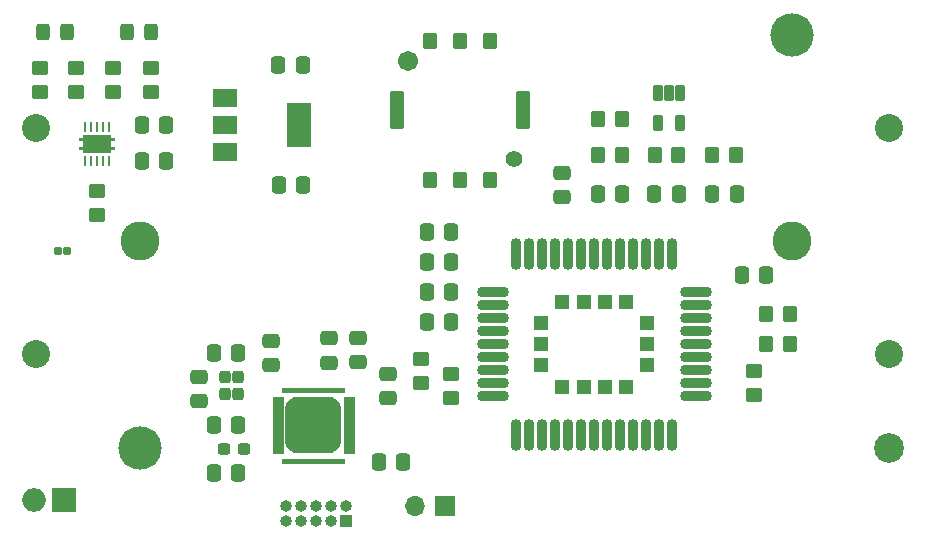
<source format=gbr>
%TF.GenerationSoftware,KiCad,Pcbnew,7.0.1*%
%TF.CreationDate,2023-11-12T14:47:07+01:00*%
%TF.ProjectId,Central_pcb,43656e74-7261-46c5-9f70-63622e6b6963,rev?*%
%TF.SameCoordinates,Original*%
%TF.FileFunction,Soldermask,Bot*%
%TF.FilePolarity,Negative*%
%FSLAX46Y46*%
G04 Gerber Fmt 4.6, Leading zero omitted, Abs format (unit mm)*
G04 Created by KiCad (PCBNEW 7.0.1) date 2023-11-12 14:47:07*
%MOMM*%
%LPD*%
G01*
G04 APERTURE LIST*
G04 Aperture macros list*
%AMRoundRect*
0 Rectangle with rounded corners*
0 $1 Rounding radius*
0 $2 $3 $4 $5 $6 $7 $8 $9 X,Y pos of 4 corners*
0 Add a 4 corners polygon primitive as box body*
4,1,4,$2,$3,$4,$5,$6,$7,$8,$9,$2,$3,0*
0 Add four circle primitives for the rounded corners*
1,1,$1+$1,$2,$3*
1,1,$1+$1,$4,$5*
1,1,$1+$1,$6,$7*
1,1,$1+$1,$8,$9*
0 Add four rect primitives between the rounded corners*
20,1,$1+$1,$2,$3,$4,$5,0*
20,1,$1+$1,$4,$5,$6,$7,0*
20,1,$1+$1,$6,$7,$8,$9,0*
20,1,$1+$1,$8,$9,$2,$3,0*%
G04 Aperture macros list end*
%ADD10C,0.010000*%
%ADD11R,2.000000X2.000000*%
%ADD12O,2.000000X2.000000*%
%ADD13R,1.000000X1.000000*%
%ADD14O,1.000000X1.000000*%
%ADD15C,3.310000*%
%ADD16C,3.680000*%
%ADD17C,2.510000*%
%ADD18C,2.379000*%
%ADD19R,1.700000X1.700000*%
%ADD20O,1.700000X1.700000*%
%ADD21RoundRect,0.250000X-0.337500X-0.475000X0.337500X-0.475000X0.337500X0.475000X-0.337500X0.475000X0*%
%ADD22RoundRect,0.250000X0.450000X-0.350000X0.450000X0.350000X-0.450000X0.350000X-0.450000X-0.350000X0*%
%ADD23RoundRect,0.250000X0.337500X0.475000X-0.337500X0.475000X-0.337500X-0.475000X0.337500X-0.475000X0*%
%ADD24RoundRect,0.250000X0.475000X-0.337500X0.475000X0.337500X-0.475000X0.337500X-0.475000X-0.337500X0*%
%ADD25RoundRect,0.273600X-0.218400X-0.268400X0.218400X-0.268400X0.218400X0.268400X-0.218400X0.268400X0*%
%ADD26RoundRect,0.273600X0.218400X0.268400X-0.218400X0.268400X-0.218400X-0.268400X0.218400X-0.268400X0*%
%ADD27RoundRect,1.160000X1.242000X1.242000X-1.242000X1.242000X-1.242000X-1.242000X1.242000X-1.242000X0*%
%ADD28RoundRect,0.190500X-0.206500X0.516500X-0.206500X-0.516500X0.206500X-0.516500X0.206500X0.516500X0*%
%ADD29RoundRect,0.250000X-0.450000X0.350000X-0.450000X-0.350000X0.450000X-0.350000X0.450000X0.350000X0*%
%ADD30C,1.704000*%
%ADD31C,1.404000*%
%ADD32RoundRect,0.102000X-0.500000X-1.500000X0.500000X-1.500000X0.500000X1.500000X-0.500000X1.500000X0*%
%ADD33RoundRect,0.102000X-0.500000X-0.550000X0.500000X-0.550000X0.500000X0.550000X-0.500000X0.550000X0*%
%ADD34RoundRect,0.250000X-0.475000X0.337500X-0.475000X-0.337500X0.475000X-0.337500X0.475000X0.337500X0*%
%ADD35RoundRect,0.250000X0.350000X0.450000X-0.350000X0.450000X-0.350000X-0.450000X0.350000X-0.450000X0*%
%ADD36RoundRect,0.250000X-0.350000X-0.450000X0.350000X-0.450000X0.350000X0.450000X-0.350000X0.450000X0*%
%ADD37RoundRect,0.250000X-0.325000X-0.450000X0.325000X-0.450000X0.325000X0.450000X-0.325000X0.450000X0*%
%ADD38O,0.904000X2.704000*%
%ADD39O,2.704000X0.904000*%
%ADD40RoundRect,0.102000X-0.500000X0.500000X-0.500000X-0.500000X0.500000X-0.500000X0.500000X0.500000X0*%
%ADD41RoundRect,0.250000X0.325000X0.450000X-0.325000X0.450000X-0.325000X-0.450000X0.325000X-0.450000X0*%
%ADD42RoundRect,0.237500X-0.300000X-0.237500X0.300000X-0.237500X0.300000X0.237500X-0.300000X0.237500X0*%
%ADD43R,2.000000X1.500000*%
%ADD44R,2.000000X3.800000*%
%ADD45R,0.254000X0.812800*%
%ADD46R,2.400000X1.650000*%
%ADD47RoundRect,0.102000X0.200000X0.250000X-0.200000X0.250000X-0.200000X-0.250000X0.200000X-0.250000X0*%
G04 APERTURE END LIST*
%TO.C,U1*%
D10*
X129923140Y-103166800D02*
X129067000Y-103166800D01*
X129067000Y-102819000D01*
X129923140Y-102819000D01*
X129923140Y-103166800D01*
G36*
X129923140Y-103166800D02*
G01*
X129067000Y-103166800D01*
X129067000Y-102819000D01*
X129923140Y-102819000D01*
X129923140Y-103166800D01*
G37*
X129922900Y-103968268D02*
X129067000Y-103968268D01*
X129067000Y-103619000D01*
X129922900Y-103619000D01*
X129922900Y-103968268D01*
G36*
X129922900Y-103968268D02*
G01*
X129067000Y-103968268D01*
X129067000Y-103619000D01*
X129922900Y-103619000D01*
X129922900Y-103968268D01*
G37*
X129922230Y-104368962D02*
X129067000Y-104368962D01*
X129067000Y-104019000D01*
X129922230Y-104019000D01*
X129922230Y-104368962D01*
G36*
X129922230Y-104368962D02*
G01*
X129067000Y-104368962D01*
X129067000Y-104019000D01*
X129922230Y-104019000D01*
X129922230Y-104368962D01*
G37*
X129922170Y-106772580D02*
X129067000Y-106772580D01*
X129067000Y-106419000D01*
X129922170Y-106419000D01*
X129922170Y-106772580D01*
G36*
X129922170Y-106772580D02*
G01*
X129067000Y-106772580D01*
X129067000Y-106419000D01*
X129922170Y-106419000D01*
X129922170Y-106772580D01*
G37*
X129922110Y-103567769D02*
X129067000Y-103567769D01*
X129067000Y-103219000D01*
X129922110Y-103219000D01*
X129922110Y-103567769D01*
G36*
X129922110Y-103567769D02*
G01*
X129067000Y-103567769D01*
X129067000Y-103219000D01*
X129922110Y-103219000D01*
X129922110Y-103567769D01*
G37*
X129921890Y-102366110D02*
X129067000Y-102366110D01*
X129067000Y-102019000D01*
X129921890Y-102019000D01*
X129921890Y-102366110D01*
G36*
X129921890Y-102366110D02*
G01*
X129067000Y-102366110D01*
X129067000Y-102019000D01*
X129921890Y-102019000D01*
X129921890Y-102366110D01*
G37*
X129920450Y-102767360D02*
X129067000Y-102767360D01*
X129067000Y-102419000D01*
X129920450Y-102419000D01*
X129920450Y-102767360D01*
G36*
X129920450Y-102767360D02*
G01*
X129067000Y-102767360D01*
X129067000Y-102419000D01*
X129920450Y-102419000D01*
X129920450Y-102767360D01*
G37*
X129920270Y-105970510D02*
X129067000Y-105970510D01*
X129067000Y-105619000D01*
X129920270Y-105619000D01*
X129920270Y-105970510D01*
G36*
X129920270Y-105970510D02*
G01*
X129067000Y-105970510D01*
X129067000Y-105619000D01*
X129920270Y-105619000D01*
X129920270Y-105970510D01*
G37*
X129919620Y-105569900D02*
X129067000Y-105569900D01*
X129067000Y-105219000D01*
X129919620Y-105219000D01*
X129919620Y-105569900D01*
G36*
X129919620Y-105569900D02*
G01*
X129067000Y-105569900D01*
X129067000Y-105219000D01*
X129919620Y-105219000D01*
X129919620Y-105569900D01*
G37*
X129919590Y-105169586D02*
X129067000Y-105169586D01*
X129067000Y-104819000D01*
X129919590Y-104819000D01*
X129919590Y-105169586D01*
G36*
X129919590Y-105169586D02*
G01*
X129067000Y-105169586D01*
X129067000Y-104819000D01*
X129919590Y-104819000D01*
X129919590Y-105169586D01*
G37*
X129918880Y-106370080D02*
X129067000Y-106370080D01*
X129067000Y-106019000D01*
X129918880Y-106019000D01*
X129918880Y-106370080D01*
G36*
X129918880Y-106370080D02*
G01*
X129067000Y-106370080D01*
X129067000Y-106019000D01*
X129918880Y-106019000D01*
X129918880Y-106370080D01*
G37*
X129917290Y-104769031D02*
X129067000Y-104769031D01*
X129067000Y-104419000D01*
X129917290Y-104419000D01*
X129917290Y-104769031D01*
G36*
X129917290Y-104769031D02*
G01*
X129067000Y-104769031D01*
X129067000Y-104419000D01*
X129917290Y-104419000D01*
X129917290Y-104769031D01*
G37*
X129121890Y-107574920D02*
X128267000Y-107574920D01*
X128267000Y-107219000D01*
X129121890Y-107219000D01*
X129121890Y-107574920D01*
G36*
X129121890Y-107574920D02*
G01*
X128267000Y-107574920D01*
X128267000Y-107219000D01*
X129121890Y-107219000D01*
X129121890Y-107574920D01*
G37*
X129118400Y-101567490D02*
X128267000Y-101567490D01*
X128267000Y-101219000D01*
X129118400Y-101219000D01*
X129118400Y-101567490D01*
G36*
X129118400Y-101567490D02*
G01*
X128267000Y-101567490D01*
X128267000Y-101219000D01*
X129118400Y-101219000D01*
X129118400Y-101567490D01*
G37*
X128717940Y-101567810D02*
X127867000Y-101567810D01*
X127867000Y-101219000D01*
X128717940Y-101219000D01*
X128717940Y-101567810D01*
G36*
X128717940Y-101567810D02*
G01*
X127867000Y-101567810D01*
X127867000Y-101219000D01*
X128717940Y-101219000D01*
X128717940Y-101567810D01*
G37*
X128717910Y-107570300D02*
X127867000Y-107570300D01*
X127867000Y-107219000D01*
X128717910Y-107219000D01*
X128717910Y-107570300D01*
G36*
X128717910Y-107570300D02*
G01*
X127867000Y-107570300D01*
X127867000Y-107219000D01*
X128717910Y-107219000D01*
X128717910Y-107570300D01*
G37*
X128319340Y-107573070D02*
X127467000Y-107573070D01*
X127467000Y-107219000D01*
X128319340Y-107219000D01*
X128319340Y-107573070D01*
G36*
X128319340Y-107573070D02*
G01*
X127467000Y-107573070D01*
X127467000Y-107219000D01*
X128319340Y-107219000D01*
X128319340Y-107573070D01*
G37*
X128318000Y-101567450D02*
X127467000Y-101567450D01*
X127467000Y-101219000D01*
X128318000Y-101219000D01*
X128318000Y-101567450D01*
G36*
X128318000Y-101567450D02*
G01*
X127467000Y-101567450D01*
X127467000Y-101219000D01*
X128318000Y-101219000D01*
X128318000Y-101567450D01*
G37*
X127917440Y-107569980D02*
X127067000Y-107569980D01*
X127067000Y-107219000D01*
X127917440Y-107219000D01*
X127917440Y-107569980D01*
G36*
X127917440Y-107569980D02*
G01*
X127067000Y-107569980D01*
X127067000Y-107219000D01*
X127917440Y-107219000D01*
X127917440Y-107569980D01*
G37*
X127917090Y-101568830D02*
X127067000Y-101568830D01*
X127067000Y-101219000D01*
X127917090Y-101219000D01*
X127917090Y-101568830D01*
G36*
X127917090Y-101568830D02*
G01*
X127067000Y-101568830D01*
X127067000Y-101219000D01*
X127917090Y-101219000D01*
X127917090Y-101568830D01*
G37*
X127518040Y-101566130D02*
X126667000Y-101566130D01*
X126667000Y-101219000D01*
X127518040Y-101219000D01*
X127518040Y-101566130D01*
G36*
X127518040Y-101566130D02*
G01*
X126667000Y-101566130D01*
X126667000Y-101219000D01*
X127518040Y-101219000D01*
X127518040Y-101566130D01*
G37*
X127517350Y-107570080D02*
X126667000Y-107570080D01*
X126667000Y-107219000D01*
X127517350Y-107219000D01*
X127517350Y-107570080D01*
G36*
X127517350Y-107570080D02*
G01*
X126667000Y-107570080D01*
X126667000Y-107219000D01*
X127517350Y-107219000D01*
X127517350Y-107570080D01*
G37*
X127117781Y-107572970D02*
X126267000Y-107572970D01*
X126267000Y-107219000D01*
X127117781Y-107219000D01*
X127117781Y-107572970D01*
G36*
X127117781Y-107572970D02*
G01*
X126267000Y-107572970D01*
X126267000Y-107219000D01*
X127117781Y-107219000D01*
X127117781Y-107572970D01*
G37*
X127117658Y-101566020D02*
X126267000Y-101566020D01*
X126267000Y-101219000D01*
X127117658Y-101219000D01*
X127117658Y-101566020D01*
G36*
X127117658Y-101566020D02*
G01*
X126267000Y-101566020D01*
X126267000Y-101219000D01*
X127117658Y-101219000D01*
X127117658Y-101566020D01*
G37*
X126717238Y-101566010D02*
X125867000Y-101566010D01*
X125867000Y-101219000D01*
X126717238Y-101219000D01*
X126717238Y-101566010D01*
G36*
X126717238Y-101566010D02*
G01*
X125867000Y-101566010D01*
X125867000Y-101219000D01*
X126717238Y-101219000D01*
X126717238Y-101566010D01*
G37*
X126717006Y-107569090D02*
X125867000Y-107569090D01*
X125867000Y-107219000D01*
X126717006Y-107219000D01*
X126717006Y-107569090D01*
G36*
X126717006Y-107569090D02*
G01*
X125867000Y-107569090D01*
X125867000Y-107219000D01*
X126717006Y-107219000D01*
X126717006Y-107569090D01*
G37*
X126316717Y-107574140D02*
X125467000Y-107574140D01*
X125467000Y-107219000D01*
X126316717Y-107219000D01*
X126316717Y-107574140D01*
G36*
X126316717Y-107574140D02*
G01*
X125467000Y-107574140D01*
X125467000Y-107219000D01*
X126316717Y-107219000D01*
X126316717Y-107574140D01*
G37*
X126316684Y-101563890D02*
X125467000Y-101563890D01*
X125467000Y-101219000D01*
X126316684Y-101219000D01*
X126316684Y-101563890D01*
G36*
X126316684Y-101563890D02*
G01*
X125467000Y-101563890D01*
X125467000Y-101219000D01*
X126316684Y-101219000D01*
X126316684Y-101563890D01*
G37*
X125916916Y-101568590D02*
X125067000Y-101568590D01*
X125067000Y-101219000D01*
X125916916Y-101219000D01*
X125916916Y-101568590D01*
G36*
X125916916Y-101568590D02*
G01*
X125067000Y-101568590D01*
X125067000Y-101219000D01*
X125916916Y-101219000D01*
X125916916Y-101568590D01*
G37*
X125915871Y-107575230D02*
X125067000Y-107575230D01*
X125067000Y-107219000D01*
X125915871Y-107219000D01*
X125915871Y-107575230D01*
G36*
X125915871Y-107575230D02*
G01*
X125067000Y-107575230D01*
X125067000Y-107219000D01*
X125915871Y-107219000D01*
X125915871Y-107575230D01*
G37*
X125516354Y-101567130D02*
X124667000Y-101567130D01*
X124667000Y-101219000D01*
X125516354Y-101219000D01*
X125516354Y-101567130D01*
G36*
X125516354Y-101567130D02*
G01*
X124667000Y-101567130D01*
X124667000Y-101219000D01*
X125516354Y-101219000D01*
X125516354Y-101567130D01*
G37*
X125516167Y-107571710D02*
X124667000Y-107571710D01*
X124667000Y-107219000D01*
X125516167Y-107219000D01*
X125516167Y-107571710D01*
G36*
X125516167Y-107571710D02*
G01*
X124667000Y-107571710D01*
X124667000Y-107219000D01*
X125516167Y-107219000D01*
X125516167Y-107571710D01*
G37*
X125115600Y-107572240D02*
X124267000Y-107572240D01*
X124267000Y-107219000D01*
X125115600Y-107219000D01*
X125115600Y-107572240D01*
G36*
X125115600Y-107572240D02*
G01*
X124267000Y-107572240D01*
X124267000Y-107219000D01*
X125115600Y-107219000D01*
X125115600Y-107572240D01*
G37*
X125115100Y-101565090D02*
X124267000Y-101565090D01*
X124267000Y-101219000D01*
X125115100Y-101219000D01*
X125115100Y-101565090D01*
G36*
X125115100Y-101565090D02*
G01*
X124267000Y-101565090D01*
X124267000Y-101219000D01*
X125115100Y-101219000D01*
X125115100Y-101565090D01*
G37*
X124715090Y-101565960D02*
X123867000Y-101565960D01*
X123867000Y-101219000D01*
X124715090Y-101219000D01*
X124715090Y-101565960D01*
G36*
X124715090Y-101565960D02*
G01*
X123867000Y-101565960D01*
X123867000Y-101219000D01*
X124715090Y-101219000D01*
X124715090Y-101565960D01*
G37*
X124713550Y-107575170D02*
X123867000Y-107575170D01*
X123867000Y-107219000D01*
X124713550Y-107219000D01*
X124713550Y-107575170D01*
G36*
X124713550Y-107575170D02*
G01*
X123867000Y-107575170D01*
X123867000Y-107219000D01*
X124713550Y-107219000D01*
X124713550Y-107575170D01*
G37*
X123916500Y-103568839D02*
X123067000Y-103568839D01*
X123067000Y-103219000D01*
X123916500Y-103219000D01*
X123916500Y-103568839D01*
G36*
X123916500Y-103568839D02*
G01*
X123067000Y-103568839D01*
X123067000Y-103219000D01*
X123916500Y-103219000D01*
X123916500Y-103568839D01*
G37*
X123915980Y-102368200D02*
X123067000Y-102368200D01*
X123067000Y-102019000D01*
X123915980Y-102019000D01*
X123915980Y-102368200D01*
G36*
X123915980Y-102368200D02*
G01*
X123067000Y-102368200D01*
X123067000Y-102019000D01*
X123915980Y-102019000D01*
X123915980Y-102368200D01*
G37*
X123915970Y-104769151D02*
X123067000Y-104769151D01*
X123067000Y-104419000D01*
X123915970Y-104419000D01*
X123915970Y-104769151D01*
G36*
X123915970Y-104769151D02*
G01*
X123067000Y-104769151D01*
X123067000Y-104419000D01*
X123915970Y-104419000D01*
X123915970Y-104769151D01*
G37*
X123915880Y-105969680D02*
X123067000Y-105969680D01*
X123067000Y-105619000D01*
X123915880Y-105619000D01*
X123915880Y-105969680D01*
G36*
X123915880Y-105969680D02*
G01*
X123067000Y-105969680D01*
X123067000Y-105619000D01*
X123915880Y-105619000D01*
X123915880Y-105969680D01*
G37*
X123915660Y-105169402D02*
X123067000Y-105169402D01*
X123067000Y-104819000D01*
X123915660Y-104819000D01*
X123915660Y-105169402D01*
G36*
X123915660Y-105169402D02*
G01*
X123067000Y-105169402D01*
X123067000Y-104819000D01*
X123915660Y-104819000D01*
X123915660Y-105169402D01*
G37*
X123915600Y-106370080D02*
X123067000Y-106370080D01*
X123067000Y-106019000D01*
X123915600Y-106019000D01*
X123915600Y-106370080D01*
G36*
X123915600Y-106370080D02*
G01*
X123067000Y-106370080D01*
X123067000Y-106019000D01*
X123915600Y-106019000D01*
X123915600Y-106370080D01*
G37*
X123914730Y-103968625D02*
X123067000Y-103968625D01*
X123067000Y-103619000D01*
X123914730Y-103619000D01*
X123914730Y-103968625D01*
G36*
X123914730Y-103968625D02*
G01*
X123067000Y-103968625D01*
X123067000Y-103619000D01*
X123914730Y-103619000D01*
X123914730Y-103968625D01*
G37*
X123914380Y-104368975D02*
X123067000Y-104368975D01*
X123067000Y-104019000D01*
X123914380Y-104019000D01*
X123914380Y-104368975D01*
G36*
X123914380Y-104368975D02*
G01*
X123067000Y-104368975D01*
X123067000Y-104019000D01*
X123914380Y-104019000D01*
X123914380Y-104368975D01*
G37*
X123914090Y-102767170D02*
X123067000Y-102767170D01*
X123067000Y-102419000D01*
X123914090Y-102419000D01*
X123914090Y-102767170D01*
G36*
X123914090Y-102767170D02*
G01*
X123067000Y-102767170D01*
X123067000Y-102419000D01*
X123914090Y-102419000D01*
X123914090Y-102767170D01*
G37*
X123913800Y-106771950D02*
X123067000Y-106771950D01*
X123067000Y-106419000D01*
X123913800Y-106419000D01*
X123913800Y-106771950D01*
G36*
X123913800Y-106771950D02*
G01*
X123067000Y-106771950D01*
X123067000Y-106419000D01*
X123913800Y-106419000D01*
X123913800Y-106771950D01*
G37*
X123912980Y-103167090D02*
X123067000Y-103167090D01*
X123067000Y-102819000D01*
X123912980Y-102819000D01*
X123912980Y-103167090D01*
G36*
X123912980Y-103167090D02*
G01*
X123067000Y-103167090D01*
X123067000Y-102819000D01*
X123912980Y-102819000D01*
X123912980Y-103167090D01*
G37*
X123912170Y-105571210D02*
X123067000Y-105571210D01*
X123067000Y-105219000D01*
X123912170Y-105219000D01*
X123912170Y-105571210D01*
G36*
X123912170Y-105571210D02*
G01*
X123067000Y-105571210D01*
X123067000Y-105219000D01*
X123912170Y-105219000D01*
X123912170Y-105571210D01*
G37*
%TO.C,U2*%
G36*
X106988252Y-81076491D02*
G01*
X106688252Y-81076491D01*
X106688252Y-80826491D01*
X106988252Y-80826491D01*
X106988252Y-81076491D01*
G37*
G36*
X106988252Y-81076491D02*
G01*
X106688252Y-81076491D01*
X106688252Y-80826491D01*
X106988252Y-80826491D01*
X106988252Y-81076491D01*
G37*
G36*
X109688252Y-81076491D02*
G01*
X109388252Y-81076491D01*
X109388252Y-80826491D01*
X109688252Y-80826491D01*
X109688252Y-81076491D01*
G37*
G36*
X109688252Y-81076491D02*
G01*
X109388252Y-81076491D01*
X109388252Y-80826491D01*
X109688252Y-80826491D01*
X109688252Y-81076491D01*
G37*
G36*
X106988252Y-80326365D02*
G01*
X106688252Y-80326365D01*
X106688252Y-80076365D01*
X106988252Y-80076365D01*
X106988252Y-80326365D01*
G37*
G36*
X106988252Y-80326365D02*
G01*
X106688252Y-80326365D01*
X106688252Y-80076365D01*
X106988252Y-80076365D01*
X106988252Y-80326365D01*
G37*
G36*
X109688252Y-80326365D02*
G01*
X109388252Y-80326365D01*
X109388252Y-80076365D01*
X109688252Y-80076365D01*
X109688252Y-80326365D01*
G37*
G36*
X109688252Y-80326365D02*
G01*
X109388252Y-80326365D01*
X109388252Y-80076365D01*
X109688252Y-80076365D01*
X109688252Y-80326365D01*
G37*
%TD*%
D11*
%TO.C,J6*%
X105410000Y-110744000D03*
D12*
X102870000Y-110744000D03*
%TD*%
D13*
%TO.C,J1*%
X129286000Y-112522000D03*
D14*
X129286000Y-111252000D03*
X128016000Y-112522000D03*
X128016000Y-111252000D03*
X126746000Y-112522000D03*
X126746000Y-111252000D03*
X125476000Y-112522000D03*
X125476000Y-111252000D03*
X124206000Y-112522000D03*
X124206000Y-111252000D03*
%TD*%
D15*
%TO.C,BT1*%
X111840000Y-88798000D03*
D16*
X111840000Y-106313000D03*
X167040000Y-71313000D03*
D15*
X167040000Y-88798000D03*
D17*
X175260000Y-106313000D03*
D18*
X175260000Y-79248000D03*
X103040000Y-98378000D03*
X103040000Y-79248000D03*
X175260000Y-98378000D03*
%TD*%
D19*
%TO.C,J3*%
X137673000Y-111252000D03*
D20*
X135133000Y-111252000D03*
%TD*%
D21*
%TO.C,C19*%
X160274000Y-84836000D03*
X162349000Y-84836000D03*
%TD*%
D22*
%TO.C,R2*%
X106426000Y-76168000D03*
X106426000Y-74168000D03*
%TD*%
D21*
%TO.C,C14*%
X136101300Y-88036400D03*
X138176300Y-88036400D03*
%TD*%
D23*
%TO.C,L1*%
X120142000Y-108458000D03*
X118067000Y-108458000D03*
%TD*%
%TO.C,C6*%
X120142000Y-104394000D03*
X118067000Y-104394000D03*
%TD*%
D24*
%TO.C,C9*%
X122939548Y-99314000D03*
X122939548Y-97239000D03*
%TD*%
D22*
%TO.C,R9*%
X135636000Y-100806000D03*
X135636000Y-98806000D03*
%TD*%
D25*
%TO.C,Y1*%
X119037048Y-101760000D03*
X119037048Y-100330000D03*
D26*
X120167048Y-100330000D03*
X120167048Y-101760000D03*
%TD*%
D27*
%TO.C,U1*%
X126492000Y-104394000D03*
%TD*%
D21*
%TO.C,C2*%
X118088500Y-98298000D03*
X120163500Y-98298000D03*
%TD*%
D22*
%TO.C,R5*%
X109575200Y-76184000D03*
X109575200Y-74184000D03*
%TD*%
D21*
%TO.C,C10*%
X111992500Y-82042000D03*
X114067500Y-82042000D03*
%TD*%
%TO.C,C4*%
X132037000Y-107528000D03*
X134112000Y-107528000D03*
%TD*%
D23*
%TO.C,C21*%
X152654000Y-84836000D03*
X150579000Y-84836000D03*
%TD*%
D28*
%TO.C,U5*%
X155696000Y-76281000D03*
X156646000Y-76281000D03*
X157596000Y-76281000D03*
X157596000Y-78791000D03*
X155696000Y-78791000D03*
%TD*%
D29*
%TO.C,R4*%
X112776000Y-74184000D03*
X112776000Y-76184000D03*
%TD*%
D30*
%TO.C,J5*%
X134538000Y-73574000D03*
D31*
X143538000Y-81874000D03*
D32*
X144238000Y-77724000D03*
X133638000Y-77724000D03*
D33*
X141478000Y-71824000D03*
X138938000Y-71824000D03*
X136398000Y-71824000D03*
X141478000Y-83624000D03*
X138938000Y-83624000D03*
X136398000Y-83624000D03*
%TD*%
D21*
%TO.C,C12*%
X123553000Y-73900000D03*
X125628000Y-73900000D03*
%TD*%
%TO.C,C16*%
X136101300Y-93116400D03*
X138176300Y-93116400D03*
%TD*%
D24*
%TO.C,C8*%
X132842000Y-102129500D03*
X132842000Y-100054500D03*
%TD*%
D21*
%TO.C,C11*%
X111992500Y-78994000D03*
X114067500Y-78994000D03*
%TD*%
D34*
%TO.C,C1*%
X116840000Y-100308500D03*
X116840000Y-102383500D03*
%TD*%
D29*
%TO.C,R1*%
X108220000Y-84598000D03*
X108220000Y-86598000D03*
%TD*%
D35*
%TO.C,R6*%
X166862000Y-94996000D03*
X164862000Y-94996000D03*
%TD*%
D36*
%TO.C,R13*%
X160274000Y-81534000D03*
X162274000Y-81534000D03*
%TD*%
D35*
%TO.C,R8*%
X166862000Y-97536000D03*
X164862000Y-97536000D03*
%TD*%
D36*
%TO.C,R12*%
X155426800Y-81534000D03*
X157426800Y-81534000D03*
%TD*%
D37*
%TO.C,D2*%
X110726000Y-71120000D03*
X112776000Y-71120000D03*
%TD*%
D38*
%TO.C,U4*%
X143696000Y-89886000D03*
X144796000Y-89886000D03*
X145896000Y-89886000D03*
X146996000Y-89886000D03*
X148096000Y-89886000D03*
X149196000Y-89886000D03*
X150296000Y-89886000D03*
X151396000Y-89886000D03*
X152496000Y-89886000D03*
X153596000Y-89886000D03*
X154696000Y-89886000D03*
X155796000Y-89886000D03*
X156896000Y-89886000D03*
D39*
X158896000Y-93136000D03*
X158896000Y-94236000D03*
X158896000Y-95336000D03*
X158896000Y-96436000D03*
X158896000Y-97536000D03*
X158896000Y-98636000D03*
X158896000Y-99736000D03*
X158896000Y-100836000D03*
X158896000Y-101936000D03*
D38*
X156896000Y-105186000D03*
X155796000Y-105186000D03*
X154696000Y-105186000D03*
X153596000Y-105186000D03*
X152496000Y-105186000D03*
X151396000Y-105186000D03*
X150296000Y-105186000D03*
X149196000Y-105186000D03*
X148096000Y-105186000D03*
X146996000Y-105186000D03*
X145896000Y-105186000D03*
X144796000Y-105186000D03*
X143696000Y-105186000D03*
D39*
X141696000Y-101936000D03*
X141696000Y-100836000D03*
X141696000Y-99736000D03*
X141696000Y-98636000D03*
X141696000Y-97536000D03*
X141696000Y-96436000D03*
X141696000Y-95336000D03*
X141696000Y-94236000D03*
X141696000Y-93136000D03*
D40*
X147596000Y-93936000D03*
X149396000Y-93936000D03*
X151196000Y-93936000D03*
X152996000Y-93936000D03*
X154796000Y-95736000D03*
X154796000Y-97536000D03*
X154796000Y-99336000D03*
X152996000Y-101136000D03*
X151196000Y-101136000D03*
X149396000Y-101136000D03*
X147596000Y-101136000D03*
X145796000Y-99336000D03*
X145796000Y-97536000D03*
X145796000Y-95736000D03*
%TD*%
D21*
%TO.C,C18*%
X162792500Y-91694000D03*
X164867500Y-91694000D03*
%TD*%
D41*
%TO.C,D1*%
X105664000Y-71120000D03*
X103614000Y-71120000D03*
%TD*%
D42*
%TO.C,C3*%
X118925000Y-106426000D03*
X120650000Y-106426000D03*
%TD*%
D24*
%TO.C,C22*%
X147574000Y-85090000D03*
X147574000Y-83015000D03*
%TD*%
D22*
%TO.C,R7*%
X138176000Y-102076000D03*
X138176000Y-100076000D03*
%TD*%
D24*
%TO.C,C5*%
X127810000Y-99103000D03*
X127810000Y-97028000D03*
%TD*%
D43*
%TO.C,U3*%
X119024000Y-81294000D03*
X119024000Y-78994000D03*
D44*
X125324000Y-78994000D03*
D43*
X119024000Y-76694000D03*
%TD*%
D45*
%TO.C,U2*%
X109188504Y-82024228D03*
X108688378Y-82024228D03*
X108188252Y-82024228D03*
X107688126Y-82024228D03*
X107188000Y-82024228D03*
X107188000Y-79128628D03*
X107688126Y-79128628D03*
X108188252Y-79128628D03*
X108688378Y-79128628D03*
X109188504Y-79128628D03*
D46*
X108188252Y-80576428D03*
%TD*%
D23*
%TO.C,C13*%
X125649500Y-84060000D03*
X123574500Y-84060000D03*
%TD*%
D35*
%TO.C,R11*%
X152654000Y-81534000D03*
X150654000Y-81534000D03*
%TD*%
D21*
%TO.C,C20*%
X155389300Y-84836000D03*
X157464300Y-84836000D03*
%TD*%
D29*
%TO.C,R3*%
X103378000Y-74168000D03*
X103378000Y-76168000D03*
%TD*%
D34*
%TO.C,C7*%
X130305548Y-97006500D03*
X130305548Y-99081500D03*
%TD*%
D29*
%TO.C,R10*%
X163830000Y-99822000D03*
X163830000Y-101822000D03*
%TD*%
D21*
%TO.C,C17*%
X136101300Y-95656400D03*
X138176300Y-95656400D03*
%TD*%
%TO.C,C15*%
X136101300Y-90576400D03*
X138176300Y-90576400D03*
%TD*%
D35*
%TO.C,R14*%
X152638000Y-78486000D03*
X150638000Y-78486000D03*
%TD*%
D47*
%TO.C,RT1*%
X105664000Y-89662000D03*
X104864000Y-89662000D03*
%TD*%
M02*

</source>
